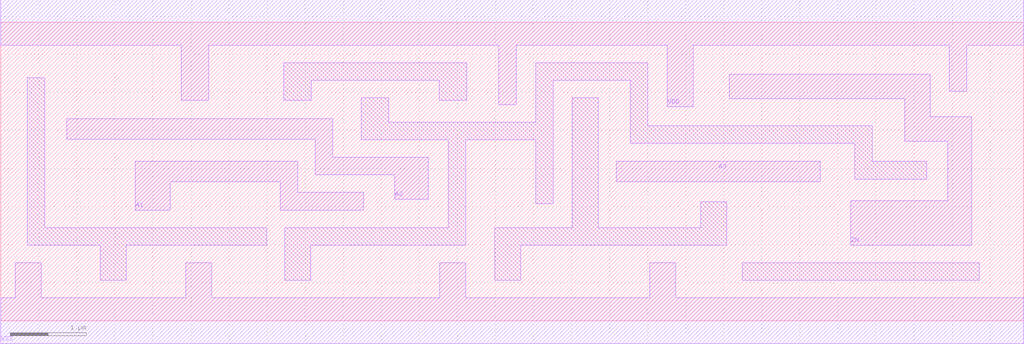
<source format=lef>
# Copyright 2022 GlobalFoundries PDK Authors
#
# Licensed under the Apache License, Version 2.0 (the "License");
# you may not use this file except in compliance with the License.
# You may obtain a copy of the License at
#
#      http://www.apache.org/licenses/LICENSE-2.0
#
# Unless required by applicable law or agreed to in writing, software
# distributed under the License is distributed on an "AS IS" BASIS,
# WITHOUT WARRANTIES OR CONDITIONS OF ANY KIND, either express or implied.
# See the License for the specific language governing permissions and
# limitations under the License.

MACRO gf180mcu_fd_sc_mcu7t5v0__xnor3_1
  CLASS core ;
  FOREIGN gf180mcu_fd_sc_mcu7t5v0__xnor3_1 0.0 0.0 ;
  ORIGIN 0 0 ;
  SYMMETRY X Y ;
  SITE GF018hv5v_mcu_sc7 ;
  SIZE 13.44 BY 3.92 ;
  PIN A1
    DIRECTION INPUT ;
    ANTENNAGATEAREA 0.892 ;
    PORT
      LAYER Metal1 ;
        POLYGON 1.77 1.455 2.225 1.455 2.225 1.825 3.495 1.825 3.67 1.825 3.67 1.455 4.77 1.455 4.77 1.69 3.9 1.69 3.9 2.095 3.495 2.095 1.77 2.095  ;
    END
  END A1
  PIN A2
    DIRECTION INPUT ;
    ANTENNAGATEAREA 0.892 ;
    PORT
      LAYER Metal1 ;
        POLYGON 0.87 2.385 3.495 2.385 4.13 2.385 4.13 1.92 5.175 1.92 5.175 1.595 5.62 1.595 5.62 2.15 4.36 2.15 4.36 2.655 3.495 2.655 0.87 2.655  ;
    END
  END A2
  PIN A3
    DIRECTION INPUT ;
    ANTENNAGATEAREA 1.5355 ;
    PORT
      LAYER Metal1 ;
        POLYGON 8.085 1.825 9.54 1.825 10.765 1.825 10.765 2.095 9.54 2.095 8.085 2.095  ;
    END
  END A3
  PIN ZN
    DIRECTION OUTPUT ;
    ANTENNADIFFAREA 1.5111 ;
    PORT
      LAYER Metal1 ;
        POLYGON 9.57 2.92 11.88 2.92 11.88 2.36 12.17 2.36 12.44 2.36 12.44 1.58 11.17 1.58 11.17 0.99 12.76 0.99 12.76 2.68 12.215 2.68 12.215 3.24 12.17 3.24 9.57 3.24  ;
    END
  END ZN
  PIN VDD
    DIRECTION INOUT ;
    USE power ;
    SHAPE ABUTMENT ;
    PORT
      LAYER Metal1 ;
        POLYGON 0 3.62 2.37 3.62 2.37 2.9 2.73 2.9 2.73 3.62 3.495 3.62 6.12 3.62 6.545 3.62 6.545 2.84 6.775 2.84 6.775 3.62 8.76 3.62 8.76 2.815 9.1 2.815 9.1 3.62 12.17 3.62 12.465 3.62 12.465 3.015 12.695 3.015 12.695 3.62 12.86 3.62 13.44 3.62 13.44 4.22 12.86 4.22 12.17 4.22 6.12 4.22 3.495 4.22 0 4.22  ;
    END
  END VDD
  PIN VSS
    DIRECTION INOUT ;
    USE ground ;
    SHAPE ABUTMENT ;
    PORT
      LAYER Metal1 ;
        POLYGON 0 -0.3 13.44 -0.3 13.44 0.3 8.87 0.3 8.87 0.76 8.53 0.76 8.53 0.3 6.11 0.3 6.11 0.76 5.77 0.76 5.77 0.3 2.77 0.3 2.77 0.76 2.43 0.76 2.43 0.3 0.53 0.3 0.53 0.76 0.19 0.76 0.19 0.3 0 0.3  ;
    END
  END VSS
  OBS
      LAYER Metal1 ;
        POLYGON 0.345 0.99 1.305 0.99 1.305 0.53 1.65 0.53 1.65 0.99 3.495 0.99 3.495 1.22 0.575 1.22 0.575 3.195 0.345 3.195  ;
        POLYGON 3.72 2.9 4.08 2.9 4.08 3.16 5.76 3.16 5.76 2.9 6.12 2.9 6.12 3.39 3.72 3.39  ;
        POLYGON 6.49 0.53 6.83 0.53 6.83 0.99 9.54 0.99 9.54 1.565 9.2 1.565 9.2 1.225 7.85 1.225 7.85 2.93 7.51 2.93 7.51 1.225 6.49 1.225  ;
        POLYGON 4.74 2.38 5.88 2.38 5.88 1.225 3.73 1.225 3.73 0.53 4.07 0.53 4.07 0.99 6.11 0.99 6.11 2.38 7.03 2.38 7.03 1.535 7.26 1.535 7.26 3.16 8.27 3.16 8.27 2.33 11.22 2.33 11.22 1.86 12.17 1.86 12.17 2.095 11.45 2.095 11.45 2.565 8.5 2.565 8.5 3.39 7.03 3.39 7.03 2.61 5.1 2.61 5.1 2.93 4.74 2.93  ;
        POLYGON 9.74 0.53 12.86 0.53 12.86 0.76 9.74 0.76  ;
  END
END gf180mcu_fd_sc_mcu7t5v0__xnor3_1

</source>
